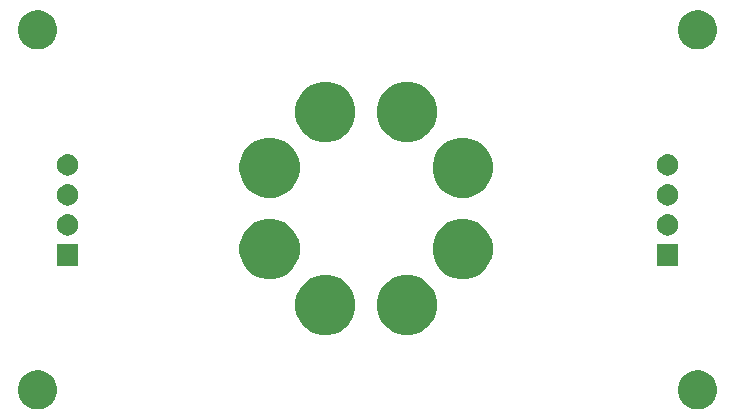
<source format=gbr>
G04 #@! TF.GenerationSoftware,KiCad,Pcbnew,(5.1.5)-3*
G04 #@! TF.CreationDate,2020-04-06T13:37:37+02:00*
G04 #@! TF.ProjectId,Dekatron_breakout,44656b61-7472-46f6-9e5f-627265616b6f,rev?*
G04 #@! TF.SameCoordinates,Original*
G04 #@! TF.FileFunction,Soldermask,Bot*
G04 #@! TF.FilePolarity,Negative*
%FSLAX46Y46*%
G04 Gerber Fmt 4.6, Leading zero omitted, Abs format (unit mm)*
G04 Created by KiCad (PCBNEW (5.1.5)-3) date 2020-04-06 13:37:37*
%MOMM*%
%LPD*%
G04 APERTURE LIST*
%ADD10C,0.100000*%
G04 APERTURE END LIST*
D10*
G36*
X174365256Y-102531298D02*
G01*
X174471579Y-102552447D01*
X174772042Y-102676903D01*
X175042451Y-102857585D01*
X175272415Y-103087549D01*
X175453097Y-103357958D01*
X175577553Y-103658421D01*
X175641000Y-103977391D01*
X175641000Y-104302609D01*
X175577553Y-104621579D01*
X175453097Y-104922042D01*
X175272415Y-105192451D01*
X175042451Y-105422415D01*
X174772042Y-105603097D01*
X174471579Y-105727553D01*
X174365256Y-105748702D01*
X174152611Y-105791000D01*
X173827389Y-105791000D01*
X173614744Y-105748702D01*
X173508421Y-105727553D01*
X173207958Y-105603097D01*
X172937549Y-105422415D01*
X172707585Y-105192451D01*
X172526903Y-104922042D01*
X172402447Y-104621579D01*
X172339000Y-104302609D01*
X172339000Y-103977391D01*
X172402447Y-103658421D01*
X172526903Y-103357958D01*
X172707585Y-103087549D01*
X172937549Y-102857585D01*
X173207958Y-102676903D01*
X173508421Y-102552447D01*
X173614744Y-102531298D01*
X173827389Y-102489000D01*
X174152611Y-102489000D01*
X174365256Y-102531298D01*
G37*
G36*
X118485256Y-102531298D02*
G01*
X118591579Y-102552447D01*
X118892042Y-102676903D01*
X119162451Y-102857585D01*
X119392415Y-103087549D01*
X119573097Y-103357958D01*
X119697553Y-103658421D01*
X119761000Y-103977391D01*
X119761000Y-104302609D01*
X119697553Y-104621579D01*
X119573097Y-104922042D01*
X119392415Y-105192451D01*
X119162451Y-105422415D01*
X118892042Y-105603097D01*
X118591579Y-105727553D01*
X118485256Y-105748702D01*
X118272611Y-105791000D01*
X117947389Y-105791000D01*
X117734744Y-105748702D01*
X117628421Y-105727553D01*
X117327958Y-105603097D01*
X117057549Y-105422415D01*
X116827585Y-105192451D01*
X116646903Y-104922042D01*
X116522447Y-104621579D01*
X116459000Y-104302609D01*
X116459000Y-103977391D01*
X116522447Y-103658421D01*
X116646903Y-103357958D01*
X116827585Y-103087549D01*
X117057549Y-102857585D01*
X117327958Y-102676903D01*
X117628421Y-102552447D01*
X117734744Y-102531298D01*
X117947389Y-102489000D01*
X118272611Y-102489000D01*
X118485256Y-102531298D01*
G37*
G36*
X143218099Y-94496034D02*
G01*
X143654911Y-94676967D01*
X143682353Y-94688334D01*
X144100169Y-94967510D01*
X144455492Y-95322833D01*
X144734668Y-95740649D01*
X144734669Y-95740651D01*
X144926968Y-96204903D01*
X145025001Y-96697748D01*
X145025001Y-97200254D01*
X144926968Y-97693099D01*
X144734669Y-98157351D01*
X144734668Y-98157353D01*
X144455492Y-98575169D01*
X144100169Y-98930492D01*
X143682353Y-99209668D01*
X143682352Y-99209669D01*
X143682351Y-99209669D01*
X143218099Y-99401968D01*
X142725254Y-99500001D01*
X142222748Y-99500001D01*
X141729903Y-99401968D01*
X141265651Y-99209669D01*
X141265650Y-99209669D01*
X141265649Y-99209668D01*
X140847833Y-98930492D01*
X140492510Y-98575169D01*
X140213334Y-98157353D01*
X140213333Y-98157351D01*
X140021034Y-97693099D01*
X139923001Y-97200254D01*
X139923001Y-96697748D01*
X140021034Y-96204903D01*
X140213333Y-95740651D01*
X140213334Y-95740649D01*
X140492510Y-95322833D01*
X140847833Y-94967510D01*
X141265649Y-94688334D01*
X141293091Y-94676967D01*
X141729903Y-94496034D01*
X142222748Y-94398001D01*
X142725254Y-94398001D01*
X143218099Y-94496034D01*
G37*
G36*
X150118099Y-94496034D02*
G01*
X150554911Y-94676967D01*
X150582353Y-94688334D01*
X151000169Y-94967510D01*
X151355492Y-95322833D01*
X151634668Y-95740649D01*
X151634669Y-95740651D01*
X151826968Y-96204903D01*
X151925001Y-96697748D01*
X151925001Y-97200254D01*
X151826968Y-97693099D01*
X151634669Y-98157351D01*
X151634668Y-98157353D01*
X151355492Y-98575169D01*
X151000169Y-98930492D01*
X150582353Y-99209668D01*
X150582352Y-99209669D01*
X150582351Y-99209669D01*
X150118099Y-99401968D01*
X149625254Y-99500001D01*
X149122748Y-99500001D01*
X148629903Y-99401968D01*
X148165651Y-99209669D01*
X148165650Y-99209669D01*
X148165649Y-99209668D01*
X147747833Y-98930492D01*
X147392510Y-98575169D01*
X147113334Y-98157353D01*
X147113333Y-98157351D01*
X146921034Y-97693099D01*
X146823001Y-97200254D01*
X146823001Y-96697748D01*
X146921034Y-96204903D01*
X147113333Y-95740651D01*
X147113334Y-95740649D01*
X147392510Y-95322833D01*
X147747833Y-94967510D01*
X148165649Y-94688334D01*
X148193091Y-94676967D01*
X148629903Y-94496034D01*
X149122748Y-94398001D01*
X149625254Y-94398001D01*
X150118099Y-94496034D01*
G37*
G36*
X154843099Y-89771034D02*
G01*
X155307351Y-89963333D01*
X155307353Y-89963334D01*
X155725169Y-90242510D01*
X156080492Y-90597833D01*
X156359668Y-91015649D01*
X156359669Y-91015651D01*
X156551968Y-91479903D01*
X156650001Y-91972748D01*
X156650001Y-92475254D01*
X156551968Y-92968099D01*
X156359669Y-93432351D01*
X156359668Y-93432353D01*
X156080492Y-93850169D01*
X155725169Y-94205492D01*
X155307353Y-94484668D01*
X155307352Y-94484669D01*
X155307351Y-94484669D01*
X154843099Y-94676968D01*
X154350254Y-94775001D01*
X153847748Y-94775001D01*
X153354903Y-94676968D01*
X152890651Y-94484669D01*
X152890650Y-94484669D01*
X152890649Y-94484668D01*
X152472833Y-94205492D01*
X152117510Y-93850169D01*
X151838334Y-93432353D01*
X151838333Y-93432351D01*
X151646034Y-92968099D01*
X151548001Y-92475254D01*
X151548001Y-91972748D01*
X151646034Y-91479903D01*
X151838333Y-91015651D01*
X151838334Y-91015649D01*
X152117510Y-90597833D01*
X152472833Y-90242510D01*
X152890649Y-89963334D01*
X152890651Y-89963333D01*
X153354903Y-89771034D01*
X153847748Y-89673001D01*
X154350254Y-89673001D01*
X154843099Y-89771034D01*
G37*
G36*
X138493099Y-89771034D02*
G01*
X138957351Y-89963333D01*
X138957353Y-89963334D01*
X139375169Y-90242510D01*
X139730492Y-90597833D01*
X140009668Y-91015649D01*
X140009669Y-91015651D01*
X140201968Y-91479903D01*
X140300001Y-91972748D01*
X140300001Y-92475254D01*
X140201968Y-92968099D01*
X140009669Y-93432351D01*
X140009668Y-93432353D01*
X139730492Y-93850169D01*
X139375169Y-94205492D01*
X138957353Y-94484668D01*
X138957352Y-94484669D01*
X138957351Y-94484669D01*
X138493099Y-94676968D01*
X138000254Y-94775001D01*
X137497748Y-94775001D01*
X137004903Y-94676968D01*
X136540651Y-94484669D01*
X136540650Y-94484669D01*
X136540649Y-94484668D01*
X136122833Y-94205492D01*
X135767510Y-93850169D01*
X135488334Y-93432353D01*
X135488333Y-93432351D01*
X135296034Y-92968099D01*
X135198001Y-92475254D01*
X135198001Y-91972748D01*
X135296034Y-91479903D01*
X135488333Y-91015651D01*
X135488334Y-91015649D01*
X135767510Y-90597833D01*
X136122833Y-90242510D01*
X136540649Y-89963334D01*
X136540651Y-89963333D01*
X137004903Y-89771034D01*
X137497748Y-89673001D01*
X138000254Y-89673001D01*
X138493099Y-89771034D01*
G37*
G36*
X172351000Y-93611000D02*
G01*
X170549000Y-93611000D01*
X170549000Y-91809000D01*
X172351000Y-91809000D01*
X172351000Y-93611000D01*
G37*
G36*
X121551000Y-93611000D02*
G01*
X119749000Y-93611000D01*
X119749000Y-91809000D01*
X121551000Y-91809000D01*
X121551000Y-93611000D01*
G37*
G36*
X120763512Y-89273927D02*
G01*
X120912812Y-89303624D01*
X121076784Y-89371544D01*
X121224354Y-89470147D01*
X121349853Y-89595646D01*
X121448456Y-89743216D01*
X121516376Y-89907188D01*
X121551000Y-90081259D01*
X121551000Y-90258741D01*
X121516376Y-90432812D01*
X121448456Y-90596784D01*
X121349853Y-90744354D01*
X121224354Y-90869853D01*
X121076784Y-90968456D01*
X120912812Y-91036376D01*
X120763512Y-91066073D01*
X120738742Y-91071000D01*
X120561258Y-91071000D01*
X120536488Y-91066073D01*
X120387188Y-91036376D01*
X120223216Y-90968456D01*
X120075646Y-90869853D01*
X119950147Y-90744354D01*
X119851544Y-90596784D01*
X119783624Y-90432812D01*
X119749000Y-90258741D01*
X119749000Y-90081259D01*
X119783624Y-89907188D01*
X119851544Y-89743216D01*
X119950147Y-89595646D01*
X120075646Y-89470147D01*
X120223216Y-89371544D01*
X120387188Y-89303624D01*
X120536488Y-89273927D01*
X120561258Y-89269000D01*
X120738742Y-89269000D01*
X120763512Y-89273927D01*
G37*
G36*
X171563512Y-89273927D02*
G01*
X171712812Y-89303624D01*
X171876784Y-89371544D01*
X172024354Y-89470147D01*
X172149853Y-89595646D01*
X172248456Y-89743216D01*
X172316376Y-89907188D01*
X172351000Y-90081259D01*
X172351000Y-90258741D01*
X172316376Y-90432812D01*
X172248456Y-90596784D01*
X172149853Y-90744354D01*
X172024354Y-90869853D01*
X171876784Y-90968456D01*
X171712812Y-91036376D01*
X171563512Y-91066073D01*
X171538742Y-91071000D01*
X171361258Y-91071000D01*
X171336488Y-91066073D01*
X171187188Y-91036376D01*
X171023216Y-90968456D01*
X170875646Y-90869853D01*
X170750147Y-90744354D01*
X170651544Y-90596784D01*
X170583624Y-90432812D01*
X170549000Y-90258741D01*
X170549000Y-90081259D01*
X170583624Y-89907188D01*
X170651544Y-89743216D01*
X170750147Y-89595646D01*
X170875646Y-89470147D01*
X171023216Y-89371544D01*
X171187188Y-89303624D01*
X171336488Y-89273927D01*
X171361258Y-89269000D01*
X171538742Y-89269000D01*
X171563512Y-89273927D01*
G37*
G36*
X120763512Y-86733927D02*
G01*
X120912812Y-86763624D01*
X121076784Y-86831544D01*
X121224354Y-86930147D01*
X121349853Y-87055646D01*
X121448456Y-87203216D01*
X121516376Y-87367188D01*
X121551000Y-87541259D01*
X121551000Y-87718741D01*
X121516376Y-87892812D01*
X121448456Y-88056784D01*
X121349853Y-88204354D01*
X121224354Y-88329853D01*
X121076784Y-88428456D01*
X120912812Y-88496376D01*
X120763512Y-88526073D01*
X120738742Y-88531000D01*
X120561258Y-88531000D01*
X120536488Y-88526073D01*
X120387188Y-88496376D01*
X120223216Y-88428456D01*
X120075646Y-88329853D01*
X119950147Y-88204354D01*
X119851544Y-88056784D01*
X119783624Y-87892812D01*
X119749000Y-87718741D01*
X119749000Y-87541259D01*
X119783624Y-87367188D01*
X119851544Y-87203216D01*
X119950147Y-87055646D01*
X120075646Y-86930147D01*
X120223216Y-86831544D01*
X120387188Y-86763624D01*
X120536488Y-86733927D01*
X120561258Y-86729000D01*
X120738742Y-86729000D01*
X120763512Y-86733927D01*
G37*
G36*
X171563512Y-86733927D02*
G01*
X171712812Y-86763624D01*
X171876784Y-86831544D01*
X172024354Y-86930147D01*
X172149853Y-87055646D01*
X172248456Y-87203216D01*
X172316376Y-87367188D01*
X172351000Y-87541259D01*
X172351000Y-87718741D01*
X172316376Y-87892812D01*
X172248456Y-88056784D01*
X172149853Y-88204354D01*
X172024354Y-88329853D01*
X171876784Y-88428456D01*
X171712812Y-88496376D01*
X171563512Y-88526073D01*
X171538742Y-88531000D01*
X171361258Y-88531000D01*
X171336488Y-88526073D01*
X171187188Y-88496376D01*
X171023216Y-88428456D01*
X170875646Y-88329853D01*
X170750147Y-88204354D01*
X170651544Y-88056784D01*
X170583624Y-87892812D01*
X170549000Y-87718741D01*
X170549000Y-87541259D01*
X170583624Y-87367188D01*
X170651544Y-87203216D01*
X170750147Y-87055646D01*
X170875646Y-86930147D01*
X171023216Y-86831544D01*
X171187188Y-86763624D01*
X171336488Y-86733927D01*
X171361258Y-86729000D01*
X171538742Y-86729000D01*
X171563512Y-86733927D01*
G37*
G36*
X154843099Y-82871034D02*
G01*
X155279911Y-83051967D01*
X155307353Y-83063334D01*
X155725169Y-83342510D01*
X156080492Y-83697833D01*
X156359668Y-84115649D01*
X156359669Y-84115651D01*
X156551968Y-84579903D01*
X156650001Y-85072748D01*
X156650001Y-85575254D01*
X156551968Y-86068099D01*
X156359669Y-86532351D01*
X156359668Y-86532353D01*
X156080492Y-86950169D01*
X155725169Y-87305492D01*
X155307353Y-87584668D01*
X155307352Y-87584669D01*
X155307351Y-87584669D01*
X154843099Y-87776968D01*
X154350254Y-87875001D01*
X153847748Y-87875001D01*
X153354903Y-87776968D01*
X152890651Y-87584669D01*
X152890650Y-87584669D01*
X152890649Y-87584668D01*
X152472833Y-87305492D01*
X152117510Y-86950169D01*
X151838334Y-86532353D01*
X151838333Y-86532351D01*
X151646034Y-86068099D01*
X151548001Y-85575254D01*
X151548001Y-85072748D01*
X151646034Y-84579903D01*
X151838333Y-84115651D01*
X151838334Y-84115649D01*
X152117510Y-83697833D01*
X152472833Y-83342510D01*
X152890649Y-83063334D01*
X152918091Y-83051967D01*
X153354903Y-82871034D01*
X153847748Y-82773001D01*
X154350254Y-82773001D01*
X154843099Y-82871034D01*
G37*
G36*
X138493099Y-82871034D02*
G01*
X138929911Y-83051967D01*
X138957353Y-83063334D01*
X139375169Y-83342510D01*
X139730492Y-83697833D01*
X140009668Y-84115649D01*
X140009669Y-84115651D01*
X140201968Y-84579903D01*
X140300001Y-85072748D01*
X140300001Y-85575254D01*
X140201968Y-86068099D01*
X140009669Y-86532351D01*
X140009668Y-86532353D01*
X139730492Y-86950169D01*
X139375169Y-87305492D01*
X138957353Y-87584668D01*
X138957352Y-87584669D01*
X138957351Y-87584669D01*
X138493099Y-87776968D01*
X138000254Y-87875001D01*
X137497748Y-87875001D01*
X137004903Y-87776968D01*
X136540651Y-87584669D01*
X136540650Y-87584669D01*
X136540649Y-87584668D01*
X136122833Y-87305492D01*
X135767510Y-86950169D01*
X135488334Y-86532353D01*
X135488333Y-86532351D01*
X135296034Y-86068099D01*
X135198001Y-85575254D01*
X135198001Y-85072748D01*
X135296034Y-84579903D01*
X135488333Y-84115651D01*
X135488334Y-84115649D01*
X135767510Y-83697833D01*
X136122833Y-83342510D01*
X136540649Y-83063334D01*
X136568091Y-83051967D01*
X137004903Y-82871034D01*
X137497748Y-82773001D01*
X138000254Y-82773001D01*
X138493099Y-82871034D01*
G37*
G36*
X171563512Y-84193927D02*
G01*
X171712812Y-84223624D01*
X171876784Y-84291544D01*
X172024354Y-84390147D01*
X172149853Y-84515646D01*
X172248456Y-84663216D01*
X172316376Y-84827188D01*
X172351000Y-85001259D01*
X172351000Y-85178741D01*
X172316376Y-85352812D01*
X172248456Y-85516784D01*
X172149853Y-85664354D01*
X172024354Y-85789853D01*
X171876784Y-85888456D01*
X171712812Y-85956376D01*
X171563512Y-85986073D01*
X171538742Y-85991000D01*
X171361258Y-85991000D01*
X171336488Y-85986073D01*
X171187188Y-85956376D01*
X171023216Y-85888456D01*
X170875646Y-85789853D01*
X170750147Y-85664354D01*
X170651544Y-85516784D01*
X170583624Y-85352812D01*
X170549000Y-85178741D01*
X170549000Y-85001259D01*
X170583624Y-84827188D01*
X170651544Y-84663216D01*
X170750147Y-84515646D01*
X170875646Y-84390147D01*
X171023216Y-84291544D01*
X171187188Y-84223624D01*
X171336488Y-84193927D01*
X171361258Y-84189000D01*
X171538742Y-84189000D01*
X171563512Y-84193927D01*
G37*
G36*
X120763512Y-84193927D02*
G01*
X120912812Y-84223624D01*
X121076784Y-84291544D01*
X121224354Y-84390147D01*
X121349853Y-84515646D01*
X121448456Y-84663216D01*
X121516376Y-84827188D01*
X121551000Y-85001259D01*
X121551000Y-85178741D01*
X121516376Y-85352812D01*
X121448456Y-85516784D01*
X121349853Y-85664354D01*
X121224354Y-85789853D01*
X121076784Y-85888456D01*
X120912812Y-85956376D01*
X120763512Y-85986073D01*
X120738742Y-85991000D01*
X120561258Y-85991000D01*
X120536488Y-85986073D01*
X120387188Y-85956376D01*
X120223216Y-85888456D01*
X120075646Y-85789853D01*
X119950147Y-85664354D01*
X119851544Y-85516784D01*
X119783624Y-85352812D01*
X119749000Y-85178741D01*
X119749000Y-85001259D01*
X119783624Y-84827188D01*
X119851544Y-84663216D01*
X119950147Y-84515646D01*
X120075646Y-84390147D01*
X120223216Y-84291544D01*
X120387188Y-84223624D01*
X120536488Y-84193927D01*
X120561258Y-84189000D01*
X120738742Y-84189000D01*
X120763512Y-84193927D01*
G37*
G36*
X143218099Y-78146034D02*
G01*
X143682351Y-78338333D01*
X143682353Y-78338334D01*
X144100169Y-78617510D01*
X144455492Y-78972833D01*
X144734668Y-79390649D01*
X144734669Y-79390651D01*
X144926968Y-79854903D01*
X145025001Y-80347748D01*
X145025001Y-80850254D01*
X144926968Y-81343099D01*
X144734669Y-81807351D01*
X144734668Y-81807353D01*
X144455492Y-82225169D01*
X144100169Y-82580492D01*
X143682353Y-82859668D01*
X143682352Y-82859669D01*
X143682351Y-82859669D01*
X143218099Y-83051968D01*
X142725254Y-83150001D01*
X142222748Y-83150001D01*
X141729903Y-83051968D01*
X141265651Y-82859669D01*
X141265650Y-82859669D01*
X141265649Y-82859668D01*
X140847833Y-82580492D01*
X140492510Y-82225169D01*
X140213334Y-81807353D01*
X140213333Y-81807351D01*
X140021034Y-81343099D01*
X139923001Y-80850254D01*
X139923001Y-80347748D01*
X140021034Y-79854903D01*
X140213333Y-79390651D01*
X140213334Y-79390649D01*
X140492510Y-78972833D01*
X140847833Y-78617510D01*
X141265649Y-78338334D01*
X141265651Y-78338333D01*
X141729903Y-78146034D01*
X142222748Y-78048001D01*
X142725254Y-78048001D01*
X143218099Y-78146034D01*
G37*
G36*
X150118099Y-78146034D02*
G01*
X150582351Y-78338333D01*
X150582353Y-78338334D01*
X151000169Y-78617510D01*
X151355492Y-78972833D01*
X151634668Y-79390649D01*
X151634669Y-79390651D01*
X151826968Y-79854903D01*
X151925001Y-80347748D01*
X151925001Y-80850254D01*
X151826968Y-81343099D01*
X151634669Y-81807351D01*
X151634668Y-81807353D01*
X151355492Y-82225169D01*
X151000169Y-82580492D01*
X150582353Y-82859668D01*
X150582352Y-82859669D01*
X150582351Y-82859669D01*
X150118099Y-83051968D01*
X149625254Y-83150001D01*
X149122748Y-83150001D01*
X148629903Y-83051968D01*
X148165651Y-82859669D01*
X148165650Y-82859669D01*
X148165649Y-82859668D01*
X147747833Y-82580492D01*
X147392510Y-82225169D01*
X147113334Y-81807353D01*
X147113333Y-81807351D01*
X146921034Y-81343099D01*
X146823001Y-80850254D01*
X146823001Y-80347748D01*
X146921034Y-79854903D01*
X147113333Y-79390651D01*
X147113334Y-79390649D01*
X147392510Y-78972833D01*
X147747833Y-78617510D01*
X148165649Y-78338334D01*
X148165651Y-78338333D01*
X148629903Y-78146034D01*
X149122748Y-78048001D01*
X149625254Y-78048001D01*
X150118099Y-78146034D01*
G37*
G36*
X118485256Y-72051298D02*
G01*
X118591579Y-72072447D01*
X118892042Y-72196903D01*
X119162451Y-72377585D01*
X119392415Y-72607549D01*
X119573097Y-72877958D01*
X119697553Y-73178421D01*
X119761000Y-73497391D01*
X119761000Y-73822609D01*
X119697553Y-74141579D01*
X119573097Y-74442042D01*
X119392415Y-74712451D01*
X119162451Y-74942415D01*
X118892042Y-75123097D01*
X118591579Y-75247553D01*
X118485256Y-75268702D01*
X118272611Y-75311000D01*
X117947389Y-75311000D01*
X117734744Y-75268702D01*
X117628421Y-75247553D01*
X117327958Y-75123097D01*
X117057549Y-74942415D01*
X116827585Y-74712451D01*
X116646903Y-74442042D01*
X116522447Y-74141579D01*
X116459000Y-73822609D01*
X116459000Y-73497391D01*
X116522447Y-73178421D01*
X116646903Y-72877958D01*
X116827585Y-72607549D01*
X117057549Y-72377585D01*
X117327958Y-72196903D01*
X117628421Y-72072447D01*
X117734744Y-72051298D01*
X117947389Y-72009000D01*
X118272611Y-72009000D01*
X118485256Y-72051298D01*
G37*
G36*
X174365256Y-72051298D02*
G01*
X174471579Y-72072447D01*
X174772042Y-72196903D01*
X175042451Y-72377585D01*
X175272415Y-72607549D01*
X175453097Y-72877958D01*
X175577553Y-73178421D01*
X175641000Y-73497391D01*
X175641000Y-73822609D01*
X175577553Y-74141579D01*
X175453097Y-74442042D01*
X175272415Y-74712451D01*
X175042451Y-74942415D01*
X174772042Y-75123097D01*
X174471579Y-75247553D01*
X174365256Y-75268702D01*
X174152611Y-75311000D01*
X173827389Y-75311000D01*
X173614744Y-75268702D01*
X173508421Y-75247553D01*
X173207958Y-75123097D01*
X172937549Y-74942415D01*
X172707585Y-74712451D01*
X172526903Y-74442042D01*
X172402447Y-74141579D01*
X172339000Y-73822609D01*
X172339000Y-73497391D01*
X172402447Y-73178421D01*
X172526903Y-72877958D01*
X172707585Y-72607549D01*
X172937549Y-72377585D01*
X173207958Y-72196903D01*
X173508421Y-72072447D01*
X173614744Y-72051298D01*
X173827389Y-72009000D01*
X174152611Y-72009000D01*
X174365256Y-72051298D01*
G37*
M02*

</source>
